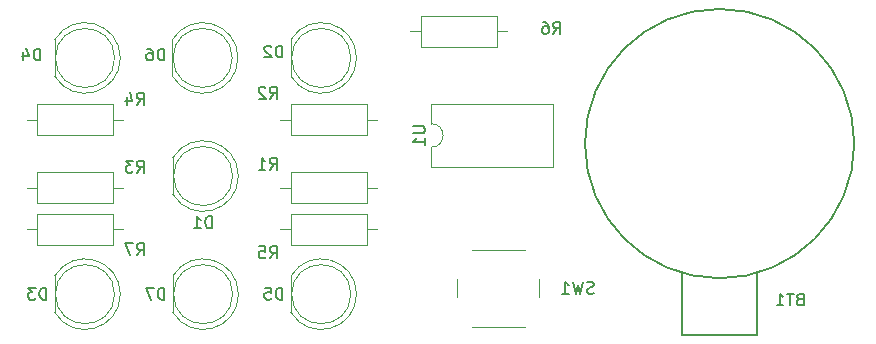
<source format=gbr>
G04 #@! TF.FileFunction,Legend,Bot*
%FSLAX46Y46*%
G04 Gerber Fmt 4.6, Leading zero omitted, Abs format (unit mm)*
G04 Created by KiCad (PCBNEW 4.0.7) date Thu Mar 29 16:49:58 2018*
%MOMM*%
%LPD*%
G01*
G04 APERTURE LIST*
%ADD10C,0.100000*%
%ADD11C,0.120000*%
%ADD12C,0.150000*%
G04 APERTURE END LIST*
D10*
D11*
X142260000Y-73249538D02*
G75*
G02X136710000Y-74794830I-2990000J-462D01*
G01*
X142260000Y-73250462D02*
G75*
G03X136710000Y-71705170I-2990000J462D01*
G01*
X141770000Y-73250000D02*
G75*
G03X141770000Y-73250000I-2500000J0D01*
G01*
X136710000Y-74795000D02*
X136710000Y-71705000D01*
X152260000Y-63249538D02*
G75*
G02X146710000Y-64794830I-2990000J-462D01*
G01*
X152260000Y-63250462D02*
G75*
G03X146710000Y-61705170I-2990000J462D01*
G01*
X151770000Y-63250000D02*
G75*
G03X151770000Y-63250000I-2500000J0D01*
G01*
X146710000Y-64795000D02*
X146710000Y-61705000D01*
X132260000Y-83249538D02*
G75*
G02X126710000Y-84794830I-2990000J-462D01*
G01*
X132260000Y-83250462D02*
G75*
G03X126710000Y-81705170I-2990000J462D01*
G01*
X131770000Y-83250000D02*
G75*
G03X131770000Y-83250000I-2500000J0D01*
G01*
X126710000Y-84795000D02*
X126710000Y-81705000D01*
X132260000Y-63249538D02*
G75*
G02X126710000Y-64794830I-2990000J-462D01*
G01*
X132260000Y-63250462D02*
G75*
G03X126710000Y-61705170I-2990000J462D01*
G01*
X131770000Y-63250000D02*
G75*
G03X131770000Y-63250000I-2500000J0D01*
G01*
X126710000Y-64795000D02*
X126710000Y-61705000D01*
X152260000Y-83249538D02*
G75*
G02X146710000Y-84794830I-2990000J-462D01*
G01*
X152260000Y-83250462D02*
G75*
G03X146710000Y-81705170I-2990000J462D01*
G01*
X151770000Y-83250000D02*
G75*
G03X151770000Y-83250000I-2500000J0D01*
G01*
X146710000Y-84795000D02*
X146710000Y-81705000D01*
X142220000Y-63249538D02*
G75*
G02X136670000Y-64794830I-2990000J-462D01*
G01*
X142220000Y-63250462D02*
G75*
G03X136670000Y-61705170I-2990000J462D01*
G01*
X141730000Y-63250000D02*
G75*
G03X141730000Y-63250000I-2500000J0D01*
G01*
X136670000Y-64795000D02*
X136670000Y-61705000D01*
X142260000Y-83249538D02*
G75*
G02X136710000Y-84794830I-2990000J-462D01*
G01*
X142260000Y-83250462D02*
G75*
G03X136710000Y-81705170I-2990000J462D01*
G01*
X141770000Y-83250000D02*
G75*
G03X141770000Y-83250000I-2500000J0D01*
G01*
X136710000Y-84795000D02*
X136710000Y-81705000D01*
X162000000Y-79500000D02*
X166500000Y-79500000D01*
X160750000Y-83500000D02*
X160750000Y-82000000D01*
X166500000Y-86000000D02*
X162000000Y-86000000D01*
X167750000Y-82000000D02*
X167750000Y-83500000D01*
X158590000Y-70810000D02*
G75*
G03X158590000Y-68810000I0J1000000D01*
G01*
X158590000Y-68810000D02*
X158590000Y-67160000D01*
X158590000Y-67160000D02*
X168870000Y-67160000D01*
X168870000Y-67160000D02*
X168870000Y-72460000D01*
X168870000Y-72460000D02*
X158590000Y-72460000D01*
X158590000Y-72460000D02*
X158590000Y-70810000D01*
D12*
X179800000Y-86700000D02*
X179800000Y-81500000D01*
X179800000Y-86700000D02*
X186200000Y-86700000D01*
X186200000Y-86700000D02*
X186200000Y-81500000D01*
X194400000Y-70500000D02*
G75*
G03X194400000Y-70500000I-11400000J0D01*
G01*
D11*
X153130000Y-72940000D02*
X153130000Y-75560000D01*
X153130000Y-75560000D02*
X146710000Y-75560000D01*
X146710000Y-75560000D02*
X146710000Y-72940000D01*
X146710000Y-72940000D02*
X153130000Y-72940000D01*
X154020000Y-74250000D02*
X153130000Y-74250000D01*
X145820000Y-74250000D02*
X146710000Y-74250000D01*
X153130000Y-67190000D02*
X153130000Y-69810000D01*
X153130000Y-69810000D02*
X146710000Y-69810000D01*
X146710000Y-69810000D02*
X146710000Y-67190000D01*
X146710000Y-67190000D02*
X153130000Y-67190000D01*
X154020000Y-68500000D02*
X153130000Y-68500000D01*
X145820000Y-68500000D02*
X146710000Y-68500000D01*
X125210000Y-75560000D02*
X125210000Y-72940000D01*
X125210000Y-72940000D02*
X131630000Y-72940000D01*
X131630000Y-72940000D02*
X131630000Y-75560000D01*
X131630000Y-75560000D02*
X125210000Y-75560000D01*
X124320000Y-74250000D02*
X125210000Y-74250000D01*
X132520000Y-74250000D02*
X131630000Y-74250000D01*
X125210000Y-69810000D02*
X125210000Y-67190000D01*
X125210000Y-67190000D02*
X131630000Y-67190000D01*
X131630000Y-67190000D02*
X131630000Y-69810000D01*
X131630000Y-69810000D02*
X125210000Y-69810000D01*
X124320000Y-68500000D02*
X125210000Y-68500000D01*
X132520000Y-68500000D02*
X131630000Y-68500000D01*
X153130000Y-76440000D02*
X153130000Y-79060000D01*
X153130000Y-79060000D02*
X146710000Y-79060000D01*
X146710000Y-79060000D02*
X146710000Y-76440000D01*
X146710000Y-76440000D02*
X153130000Y-76440000D01*
X154020000Y-77750000D02*
X153130000Y-77750000D01*
X145820000Y-77750000D02*
X146710000Y-77750000D01*
X164130000Y-59690000D02*
X164130000Y-62310000D01*
X164130000Y-62310000D02*
X157710000Y-62310000D01*
X157710000Y-62310000D02*
X157710000Y-59690000D01*
X157710000Y-59690000D02*
X164130000Y-59690000D01*
X165020000Y-61000000D02*
X164130000Y-61000000D01*
X156820000Y-61000000D02*
X157710000Y-61000000D01*
X125210000Y-79060000D02*
X125210000Y-76440000D01*
X125210000Y-76440000D02*
X131630000Y-76440000D01*
X131630000Y-76440000D02*
X131630000Y-79060000D01*
X131630000Y-79060000D02*
X125210000Y-79060000D01*
X124320000Y-77750000D02*
X125210000Y-77750000D01*
X132520000Y-77750000D02*
X131630000Y-77750000D01*
D12*
X140008095Y-77662381D02*
X140008095Y-76662381D01*
X139770000Y-76662381D01*
X139627142Y-76710000D01*
X139531904Y-76805238D01*
X139484285Y-76900476D01*
X139436666Y-77090952D01*
X139436666Y-77233810D01*
X139484285Y-77424286D01*
X139531904Y-77519524D01*
X139627142Y-77614762D01*
X139770000Y-77662381D01*
X140008095Y-77662381D01*
X138484285Y-77662381D02*
X139055714Y-77662381D01*
X138770000Y-77662381D02*
X138770000Y-76662381D01*
X138865238Y-76805238D01*
X138960476Y-76900476D01*
X139055714Y-76948095D01*
X145988095Y-63202381D02*
X145988095Y-62202381D01*
X145750000Y-62202381D01*
X145607142Y-62250000D01*
X145511904Y-62345238D01*
X145464285Y-62440476D01*
X145416666Y-62630952D01*
X145416666Y-62773810D01*
X145464285Y-62964286D01*
X145511904Y-63059524D01*
X145607142Y-63154762D01*
X145750000Y-63202381D01*
X145988095Y-63202381D01*
X145035714Y-62297619D02*
X144988095Y-62250000D01*
X144892857Y-62202381D01*
X144654761Y-62202381D01*
X144559523Y-62250000D01*
X144511904Y-62297619D01*
X144464285Y-62392857D01*
X144464285Y-62488095D01*
X144511904Y-62630952D01*
X145083333Y-63202381D01*
X144464285Y-63202381D01*
X125988095Y-83702381D02*
X125988095Y-82702381D01*
X125750000Y-82702381D01*
X125607142Y-82750000D01*
X125511904Y-82845238D01*
X125464285Y-82940476D01*
X125416666Y-83130952D01*
X125416666Y-83273810D01*
X125464285Y-83464286D01*
X125511904Y-83559524D01*
X125607142Y-83654762D01*
X125750000Y-83702381D01*
X125988095Y-83702381D01*
X125083333Y-82702381D02*
X124464285Y-82702381D01*
X124797619Y-83083333D01*
X124654761Y-83083333D01*
X124559523Y-83130952D01*
X124511904Y-83178571D01*
X124464285Y-83273810D01*
X124464285Y-83511905D01*
X124511904Y-83607143D01*
X124559523Y-83654762D01*
X124654761Y-83702381D01*
X124940476Y-83702381D01*
X125035714Y-83654762D01*
X125083333Y-83607143D01*
X125488095Y-63452381D02*
X125488095Y-62452381D01*
X125250000Y-62452381D01*
X125107142Y-62500000D01*
X125011904Y-62595238D01*
X124964285Y-62690476D01*
X124916666Y-62880952D01*
X124916666Y-63023810D01*
X124964285Y-63214286D01*
X125011904Y-63309524D01*
X125107142Y-63404762D01*
X125250000Y-63452381D01*
X125488095Y-63452381D01*
X124059523Y-62785714D02*
X124059523Y-63452381D01*
X124297619Y-62404762D02*
X124535714Y-63119048D01*
X123916666Y-63119048D01*
X145988095Y-83702381D02*
X145988095Y-82702381D01*
X145750000Y-82702381D01*
X145607142Y-82750000D01*
X145511904Y-82845238D01*
X145464285Y-82940476D01*
X145416666Y-83130952D01*
X145416666Y-83273810D01*
X145464285Y-83464286D01*
X145511904Y-83559524D01*
X145607142Y-83654762D01*
X145750000Y-83702381D01*
X145988095Y-83702381D01*
X144511904Y-82702381D02*
X144988095Y-82702381D01*
X145035714Y-83178571D01*
X144988095Y-83130952D01*
X144892857Y-83083333D01*
X144654761Y-83083333D01*
X144559523Y-83130952D01*
X144511904Y-83178571D01*
X144464285Y-83273810D01*
X144464285Y-83511905D01*
X144511904Y-83607143D01*
X144559523Y-83654762D01*
X144654761Y-83702381D01*
X144892857Y-83702381D01*
X144988095Y-83654762D01*
X145035714Y-83607143D01*
X135988095Y-63452381D02*
X135988095Y-62452381D01*
X135750000Y-62452381D01*
X135607142Y-62500000D01*
X135511904Y-62595238D01*
X135464285Y-62690476D01*
X135416666Y-62880952D01*
X135416666Y-63023810D01*
X135464285Y-63214286D01*
X135511904Y-63309524D01*
X135607142Y-63404762D01*
X135750000Y-63452381D01*
X135988095Y-63452381D01*
X134559523Y-62452381D02*
X134750000Y-62452381D01*
X134845238Y-62500000D01*
X134892857Y-62547619D01*
X134988095Y-62690476D01*
X135035714Y-62880952D01*
X135035714Y-63261905D01*
X134988095Y-63357143D01*
X134940476Y-63404762D01*
X134845238Y-63452381D01*
X134654761Y-63452381D01*
X134559523Y-63404762D01*
X134511904Y-63357143D01*
X134464285Y-63261905D01*
X134464285Y-63023810D01*
X134511904Y-62928571D01*
X134559523Y-62880952D01*
X134654761Y-62833333D01*
X134845238Y-62833333D01*
X134940476Y-62880952D01*
X134988095Y-62928571D01*
X135035714Y-63023810D01*
X135988095Y-83702381D02*
X135988095Y-82702381D01*
X135750000Y-82702381D01*
X135607142Y-82750000D01*
X135511904Y-82845238D01*
X135464285Y-82940476D01*
X135416666Y-83130952D01*
X135416666Y-83273810D01*
X135464285Y-83464286D01*
X135511904Y-83559524D01*
X135607142Y-83654762D01*
X135750000Y-83702381D01*
X135988095Y-83702381D01*
X135083333Y-82702381D02*
X134416666Y-82702381D01*
X134845238Y-83702381D01*
X172333333Y-83154762D02*
X172190476Y-83202381D01*
X171952380Y-83202381D01*
X171857142Y-83154762D01*
X171809523Y-83107143D01*
X171761904Y-83011905D01*
X171761904Y-82916667D01*
X171809523Y-82821429D01*
X171857142Y-82773810D01*
X171952380Y-82726190D01*
X172142857Y-82678571D01*
X172238095Y-82630952D01*
X172285714Y-82583333D01*
X172333333Y-82488095D01*
X172333333Y-82392857D01*
X172285714Y-82297619D01*
X172238095Y-82250000D01*
X172142857Y-82202381D01*
X171904761Y-82202381D01*
X171761904Y-82250000D01*
X171428571Y-82202381D02*
X171190476Y-83202381D01*
X170999999Y-82488095D01*
X170809523Y-83202381D01*
X170571428Y-82202381D01*
X169666666Y-83202381D02*
X170238095Y-83202381D01*
X169952381Y-83202381D02*
X169952381Y-82202381D01*
X170047619Y-82345238D01*
X170142857Y-82440476D01*
X170238095Y-82488095D01*
X157042381Y-69048095D02*
X157851905Y-69048095D01*
X157947143Y-69095714D01*
X157994762Y-69143333D01*
X158042381Y-69238571D01*
X158042381Y-69429048D01*
X157994762Y-69524286D01*
X157947143Y-69571905D01*
X157851905Y-69619524D01*
X157042381Y-69619524D01*
X158042381Y-70619524D02*
X158042381Y-70048095D01*
X158042381Y-70333809D02*
X157042381Y-70333809D01*
X157185238Y-70238571D01*
X157280476Y-70143333D01*
X157328095Y-70048095D01*
X189785714Y-83678571D02*
X189642857Y-83726190D01*
X189595238Y-83773810D01*
X189547619Y-83869048D01*
X189547619Y-84011905D01*
X189595238Y-84107143D01*
X189642857Y-84154762D01*
X189738095Y-84202381D01*
X190119048Y-84202381D01*
X190119048Y-83202381D01*
X189785714Y-83202381D01*
X189690476Y-83250000D01*
X189642857Y-83297619D01*
X189595238Y-83392857D01*
X189595238Y-83488095D01*
X189642857Y-83583333D01*
X189690476Y-83630952D01*
X189785714Y-83678571D01*
X190119048Y-83678571D01*
X189261905Y-83202381D02*
X188690476Y-83202381D01*
X188976191Y-84202381D02*
X188976191Y-83202381D01*
X187833333Y-84202381D02*
X188404762Y-84202381D01*
X188119048Y-84202381D02*
X188119048Y-83202381D01*
X188214286Y-83345238D01*
X188309524Y-83440476D01*
X188404762Y-83488095D01*
X144916666Y-72702381D02*
X145250000Y-72226190D01*
X145488095Y-72702381D02*
X145488095Y-71702381D01*
X145107142Y-71702381D01*
X145011904Y-71750000D01*
X144964285Y-71797619D01*
X144916666Y-71892857D01*
X144916666Y-72035714D01*
X144964285Y-72130952D01*
X145011904Y-72178571D01*
X145107142Y-72226190D01*
X145488095Y-72226190D01*
X143964285Y-72702381D02*
X144535714Y-72702381D01*
X144250000Y-72702381D02*
X144250000Y-71702381D01*
X144345238Y-71845238D01*
X144440476Y-71940476D01*
X144535714Y-71988095D01*
X144916666Y-66702381D02*
X145250000Y-66226190D01*
X145488095Y-66702381D02*
X145488095Y-65702381D01*
X145107142Y-65702381D01*
X145011904Y-65750000D01*
X144964285Y-65797619D01*
X144916666Y-65892857D01*
X144916666Y-66035714D01*
X144964285Y-66130952D01*
X145011904Y-66178571D01*
X145107142Y-66226190D01*
X145488095Y-66226190D01*
X144535714Y-65797619D02*
X144488095Y-65750000D01*
X144392857Y-65702381D01*
X144154761Y-65702381D01*
X144059523Y-65750000D01*
X144011904Y-65797619D01*
X143964285Y-65892857D01*
X143964285Y-65988095D01*
X144011904Y-66130952D01*
X144583333Y-66702381D01*
X143964285Y-66702381D01*
X133666666Y-72952381D02*
X134000000Y-72476190D01*
X134238095Y-72952381D02*
X134238095Y-71952381D01*
X133857142Y-71952381D01*
X133761904Y-72000000D01*
X133714285Y-72047619D01*
X133666666Y-72142857D01*
X133666666Y-72285714D01*
X133714285Y-72380952D01*
X133761904Y-72428571D01*
X133857142Y-72476190D01*
X134238095Y-72476190D01*
X133333333Y-71952381D02*
X132714285Y-71952381D01*
X133047619Y-72333333D01*
X132904761Y-72333333D01*
X132809523Y-72380952D01*
X132761904Y-72428571D01*
X132714285Y-72523810D01*
X132714285Y-72761905D01*
X132761904Y-72857143D01*
X132809523Y-72904762D01*
X132904761Y-72952381D01*
X133190476Y-72952381D01*
X133285714Y-72904762D01*
X133333333Y-72857143D01*
X133666666Y-67202381D02*
X134000000Y-66726190D01*
X134238095Y-67202381D02*
X134238095Y-66202381D01*
X133857142Y-66202381D01*
X133761904Y-66250000D01*
X133714285Y-66297619D01*
X133666666Y-66392857D01*
X133666666Y-66535714D01*
X133714285Y-66630952D01*
X133761904Y-66678571D01*
X133857142Y-66726190D01*
X134238095Y-66726190D01*
X132809523Y-66535714D02*
X132809523Y-67202381D01*
X133047619Y-66154762D02*
X133285714Y-66869048D01*
X132666666Y-66869048D01*
X144916666Y-80202381D02*
X145250000Y-79726190D01*
X145488095Y-80202381D02*
X145488095Y-79202381D01*
X145107142Y-79202381D01*
X145011904Y-79250000D01*
X144964285Y-79297619D01*
X144916666Y-79392857D01*
X144916666Y-79535714D01*
X144964285Y-79630952D01*
X145011904Y-79678571D01*
X145107142Y-79726190D01*
X145488095Y-79726190D01*
X144011904Y-79202381D02*
X144488095Y-79202381D01*
X144535714Y-79678571D01*
X144488095Y-79630952D01*
X144392857Y-79583333D01*
X144154761Y-79583333D01*
X144059523Y-79630952D01*
X144011904Y-79678571D01*
X143964285Y-79773810D01*
X143964285Y-80011905D01*
X144011904Y-80107143D01*
X144059523Y-80154762D01*
X144154761Y-80202381D01*
X144392857Y-80202381D01*
X144488095Y-80154762D01*
X144535714Y-80107143D01*
X168916666Y-61202381D02*
X169250000Y-60726190D01*
X169488095Y-61202381D02*
X169488095Y-60202381D01*
X169107142Y-60202381D01*
X169011904Y-60250000D01*
X168964285Y-60297619D01*
X168916666Y-60392857D01*
X168916666Y-60535714D01*
X168964285Y-60630952D01*
X169011904Y-60678571D01*
X169107142Y-60726190D01*
X169488095Y-60726190D01*
X168059523Y-60202381D02*
X168250000Y-60202381D01*
X168345238Y-60250000D01*
X168392857Y-60297619D01*
X168488095Y-60440476D01*
X168535714Y-60630952D01*
X168535714Y-61011905D01*
X168488095Y-61107143D01*
X168440476Y-61154762D01*
X168345238Y-61202381D01*
X168154761Y-61202381D01*
X168059523Y-61154762D01*
X168011904Y-61107143D01*
X167964285Y-61011905D01*
X167964285Y-60773810D01*
X168011904Y-60678571D01*
X168059523Y-60630952D01*
X168154761Y-60583333D01*
X168345238Y-60583333D01*
X168440476Y-60630952D01*
X168488095Y-60678571D01*
X168535714Y-60773810D01*
X133666666Y-79952381D02*
X134000000Y-79476190D01*
X134238095Y-79952381D02*
X134238095Y-78952381D01*
X133857142Y-78952381D01*
X133761904Y-79000000D01*
X133714285Y-79047619D01*
X133666666Y-79142857D01*
X133666666Y-79285714D01*
X133714285Y-79380952D01*
X133761904Y-79428571D01*
X133857142Y-79476190D01*
X134238095Y-79476190D01*
X133333333Y-78952381D02*
X132666666Y-78952381D01*
X133095238Y-79952381D01*
M02*

</source>
